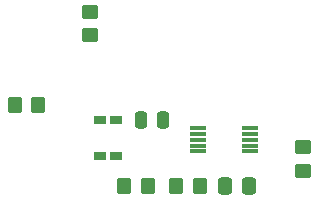
<source format=gbr>
%TF.GenerationSoftware,KiCad,Pcbnew,8.99.0-unknown-7774a43762~178~ubuntu22.04.1*%
%TF.CreationDate,2024-05-27T17:10:49+05:30*%
%TF.ProjectId,Adafruit Si5351A,41646166-7275-4697-9420-536935333531,rev?*%
%TF.SameCoordinates,Original*%
%TF.FileFunction,Paste,Top*%
%TF.FilePolarity,Positive*%
%FSLAX46Y46*%
G04 Gerber Fmt 4.6, Leading zero omitted, Abs format (unit mm)*
G04 Created by KiCad (PCBNEW 8.99.0-unknown-7774a43762~178~ubuntu22.04.1) date 2024-05-27 17:10:49*
%MOMM*%
%LPD*%
G01*
G04 APERTURE LIST*
G04 Aperture macros list*
%AMRoundRect*
0 Rectangle with rounded corners*
0 $1 Rounding radius*
0 $2 $3 $4 $5 $6 $7 $8 $9 X,Y pos of 4 corners*
0 Add a 4 corners polygon primitive as box body*
4,1,4,$2,$3,$4,$5,$6,$7,$8,$9,$2,$3,0*
0 Add four circle primitives for the rounded corners*
1,1,$1+$1,$2,$3*
1,1,$1+$1,$4,$5*
1,1,$1+$1,$6,$7*
1,1,$1+$1,$8,$9*
0 Add four rect primitives between the rounded corners*
20,1,$1+$1,$2,$3,$4,$5,0*
20,1,$1+$1,$4,$5,$6,$7,0*
20,1,$1+$1,$6,$7,$8,$9,0*
20,1,$1+$1,$8,$9,$2,$3,0*%
G04 Aperture macros list end*
%ADD10RoundRect,0.250000X0.450000X-0.350000X0.450000X0.350000X-0.450000X0.350000X-0.450000X-0.350000X0*%
%ADD11RoundRect,0.250000X-0.450000X0.350000X-0.450000X-0.350000X0.450000X-0.350000X0.450000X0.350000X0*%
%ADD12RoundRect,0.250000X-0.350000X-0.450000X0.350000X-0.450000X0.350000X0.450000X-0.350000X0.450000X0*%
%ADD13RoundRect,0.250000X0.350000X0.450000X-0.350000X0.450000X-0.350000X-0.450000X0.350000X-0.450000X0*%
%ADD14RoundRect,0.250000X-0.337500X-0.475000X0.337500X-0.475000X0.337500X0.475000X-0.337500X0.475000X0*%
%ADD15R,1.000000X0.800000*%
%ADD16RoundRect,0.250000X-0.250000X-0.475000X0.250000X-0.475000X0.250000X0.475000X-0.250000X0.475000X0*%
%ADD17R,1.400000X0.300000*%
G04 APERTURE END LIST*
D10*
%TO.C,R5*%
X161610000Y-109570000D03*
X161610000Y-107570000D03*
%TD*%
D11*
%TO.C,R2*%
X143500000Y-96120000D03*
X143500000Y-98120000D03*
%TD*%
D12*
%TO.C,R1*%
X137160000Y-103990000D03*
X139160000Y-103990000D03*
%TD*%
%TO.C,R4*%
X150825000Y-110850000D03*
X152825000Y-110850000D03*
%TD*%
D13*
%TO.C,R3*%
X148431000Y-110871000D03*
X146431000Y-110871000D03*
%TD*%
D14*
%TO.C,C1*%
X154942500Y-110850000D03*
X157017500Y-110850000D03*
%TD*%
D15*
%TO.C,Y1*%
X145770000Y-108347500D03*
X145770000Y-105327500D03*
X144370000Y-105327500D03*
X144370000Y-108347500D03*
%TD*%
D16*
%TO.C,C2*%
X147830000Y-105330000D03*
X149730000Y-105330000D03*
%TD*%
D17*
%TO.C,U1*%
X152680000Y-105950000D03*
X152680000Y-106450000D03*
X152680000Y-106950000D03*
X152680000Y-107450000D03*
X152680000Y-107950000D03*
X157080000Y-107950000D03*
X157080000Y-107450000D03*
X157080000Y-106950000D03*
X157080000Y-106450000D03*
X157080000Y-105950000D03*
%TD*%
M02*

</source>
